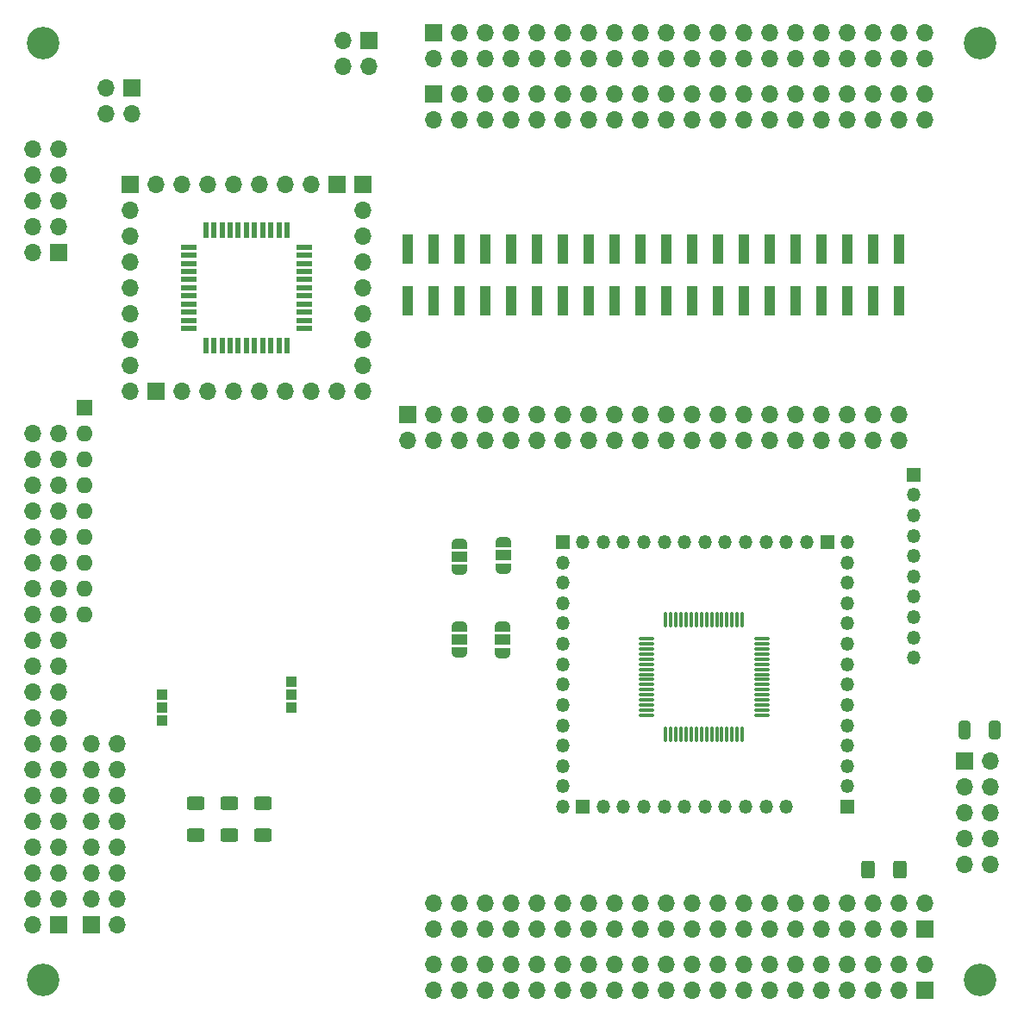
<source format=gbr>
%TF.GenerationSoftware,KiCad,Pcbnew,8.0.7-8.0.7-0~ubuntu22.04.1*%
%TF.CreationDate,2024-12-21T14:21:34+01:00*%
%TF.ProjectId,MMU_v1,4d4d555f-7631-42e6-9b69-6361645f7063,rev?*%
%TF.SameCoordinates,Original*%
%TF.FileFunction,Soldermask,Top*%
%TF.FilePolarity,Negative*%
%FSLAX46Y46*%
G04 Gerber Fmt 4.6, Leading zero omitted, Abs format (unit mm)*
G04 Created by KiCad (PCBNEW 8.0.7-8.0.7-0~ubuntu22.04.1) date 2024-12-21 14:21:34*
%MOMM*%
%LPD*%
G01*
G04 APERTURE LIST*
G04 Aperture macros list*
%AMRoundRect*
0 Rectangle with rounded corners*
0 $1 Rounding radius*
0 $2 $3 $4 $5 $6 $7 $8 $9 X,Y pos of 4 corners*
0 Add a 4 corners polygon primitive as box body*
4,1,4,$2,$3,$4,$5,$6,$7,$8,$9,$2,$3,0*
0 Add four circle primitives for the rounded corners*
1,1,$1+$1,$2,$3*
1,1,$1+$1,$4,$5*
1,1,$1+$1,$6,$7*
1,1,$1+$1,$8,$9*
0 Add four rect primitives between the rounded corners*
20,1,$1+$1,$2,$3,$4,$5,0*
20,1,$1+$1,$4,$5,$6,$7,0*
20,1,$1+$1,$6,$7,$8,$9,0*
20,1,$1+$1,$8,$9,$2,$3,0*%
%AMFreePoly0*
4,1,19,0.550000,-0.750000,0.000000,-0.750000,0.000000,-0.744911,-0.071157,-0.744911,-0.207708,-0.704816,-0.327430,-0.627875,-0.420627,-0.520320,-0.479746,-0.390866,-0.500000,-0.250000,-0.500000,0.250000,-0.479746,0.390866,-0.420627,0.520320,-0.327430,0.627875,-0.207708,0.704816,-0.071157,0.744911,0.000000,0.744911,0.000000,0.750000,0.550000,0.750000,0.550000,-0.750000,0.550000,-0.750000,
$1*%
%AMFreePoly1*
4,1,19,0.000000,0.744911,0.071157,0.744911,0.207708,0.704816,0.327430,0.627875,0.420627,0.520320,0.479746,0.390866,0.500000,0.250000,0.500000,-0.250000,0.479746,-0.390866,0.420627,-0.520320,0.327430,-0.627875,0.207708,-0.704816,0.071157,-0.744911,0.000000,-0.744911,0.000000,-0.750000,-0.550000,-0.750000,-0.550000,0.750000,0.000000,0.750000,0.000000,0.744911,0.000000,0.744911,
$1*%
G04 Aperture macros list end*
%ADD10R,1.000000X1.000000*%
%ADD11R,1.700000X1.700000*%
%ADD12O,1.700000X1.700000*%
%ADD13FreePoly0,90.000000*%
%ADD14R,1.500000X1.000000*%
%ADD15FreePoly1,90.000000*%
%ADD16R,1.350000X1.350000*%
%ADD17O,1.350000X1.350000*%
%ADD18RoundRect,0.250000X0.625000X-0.400000X0.625000X0.400000X-0.625000X0.400000X-0.625000X-0.400000X0*%
%ADD19RoundRect,0.250000X-0.325000X-0.650000X0.325000X-0.650000X0.325000X0.650000X-0.325000X0.650000X0*%
%ADD20FreePoly0,270.000000*%
%ADD21FreePoly1,270.000000*%
%ADD22C,3.200000*%
%ADD23RoundRect,0.250000X0.400000X0.625000X-0.400000X0.625000X-0.400000X-0.625000X0.400000X-0.625000X0*%
%ADD24R,1.000000X3.000000*%
%ADD25R,1.600000X1.600000*%
%ADD26O,1.600000X1.600000*%
%ADD27RoundRect,0.075000X-0.662500X-0.075000X0.662500X-0.075000X0.662500X0.075000X-0.662500X0.075000X0*%
%ADD28RoundRect,0.075000X-0.075000X-0.662500X0.075000X-0.662500X0.075000X0.662500X-0.075000X0.662500X0*%
%ADD29R,1.500000X0.550000*%
%ADD30R,0.550000X1.500000*%
G04 APERTURE END LIST*
D10*
%TO.C,J19*%
X65700000Y-120561000D03*
%TD*%
D11*
%TO.C,J30*%
X62672000Y-58351000D03*
D12*
X60132000Y-58351000D03*
X62672000Y-60891000D03*
X60132000Y-60891000D03*
%TD*%
D13*
%TO.C,JP2*%
X94910000Y-105738154D03*
D14*
X94910000Y-104438154D03*
D15*
X94910000Y-103138154D03*
%TD*%
D11*
%TO.C,J27*%
X92367000Y-59000000D03*
D12*
X92367000Y-61540000D03*
X94907000Y-59000000D03*
X94907000Y-61540000D03*
X97447000Y-59000000D03*
X97447000Y-61540000D03*
X99987000Y-59000000D03*
X99987000Y-61540000D03*
X102527000Y-59000000D03*
X102527000Y-61540000D03*
X105067000Y-59000000D03*
X105067000Y-61540000D03*
X107607000Y-59000000D03*
X107607000Y-61540000D03*
X110147000Y-59000000D03*
X110147000Y-61540000D03*
X112687000Y-59000000D03*
X112687000Y-61540000D03*
X115227000Y-59000000D03*
X115227000Y-61540000D03*
X117767000Y-59000000D03*
X117767000Y-61540000D03*
X120307000Y-59000000D03*
X120307000Y-61540000D03*
X122847000Y-59000000D03*
X122847000Y-61540000D03*
X125387000Y-59000000D03*
X125387000Y-61540000D03*
X127927000Y-59000000D03*
X127927000Y-61540000D03*
X130467000Y-59000000D03*
X130467000Y-61540000D03*
X133007000Y-59000000D03*
X133007000Y-61540000D03*
X135547000Y-59000000D03*
X135547000Y-61540000D03*
X138087000Y-59000000D03*
X138087000Y-61540000D03*
X140627000Y-59000000D03*
X140627000Y-61540000D03*
%TD*%
D16*
%TO.C,J15*%
X105000000Y-103000000D03*
D17*
X105000000Y-105000000D03*
X105000000Y-107000000D03*
X105000000Y-109000000D03*
X105000000Y-111000000D03*
X105000000Y-113000000D03*
X105000000Y-115000000D03*
X105000000Y-117000000D03*
X105000000Y-119000000D03*
X105000000Y-121000000D03*
X105000000Y-123000000D03*
X105000000Y-125000000D03*
X105000000Y-127000000D03*
X105000000Y-129000000D03*
%TD*%
D11*
%TO.C,J1*%
X92367000Y-53000000D03*
D12*
X92367000Y-55540000D03*
X94907000Y-53000000D03*
X94907000Y-55540000D03*
X97447000Y-53000000D03*
X97447000Y-55540000D03*
X99987000Y-53000000D03*
X99987000Y-55540000D03*
X102527000Y-53000000D03*
X102527000Y-55540000D03*
X105067000Y-53000000D03*
X105067000Y-55540000D03*
X107607000Y-53000000D03*
X107607000Y-55540000D03*
X110147000Y-53000000D03*
X110147000Y-55540000D03*
X112687000Y-53000000D03*
X112687000Y-55540000D03*
X115227000Y-53000000D03*
X115227000Y-55540000D03*
X117767000Y-53000000D03*
X117767000Y-55540000D03*
X120307000Y-53000000D03*
X120307000Y-55540000D03*
X122847000Y-53000000D03*
X122847000Y-55540000D03*
X125387000Y-53000000D03*
X125387000Y-55540000D03*
X127927000Y-53000000D03*
X127927000Y-55540000D03*
X130467000Y-53000000D03*
X130467000Y-55540000D03*
X133007000Y-53000000D03*
X133007000Y-55540000D03*
X135547000Y-53000000D03*
X135547000Y-55540000D03*
X138087000Y-53000000D03*
X138087000Y-55540000D03*
X140627000Y-53000000D03*
X140627000Y-55540000D03*
%TD*%
D18*
%TO.C,R4*%
X75582000Y-131789000D03*
X75582000Y-128689000D03*
%TD*%
D16*
%TO.C,J17*%
X107000000Y-129000000D03*
D17*
X109000000Y-129000000D03*
X111000000Y-129000000D03*
X113000000Y-129000000D03*
X115000000Y-129000000D03*
X117000000Y-129000000D03*
X119000000Y-129000000D03*
X121000000Y-129000000D03*
X123000000Y-129000000D03*
X125000000Y-129000000D03*
X127000000Y-129000000D03*
%TD*%
D11*
%TO.C,J4*%
X140627000Y-141000000D03*
D12*
X140627000Y-138460000D03*
X138087000Y-141000000D03*
X138087000Y-138460000D03*
X135547000Y-141000000D03*
X135547000Y-138460000D03*
X133007000Y-141000000D03*
X133007000Y-138460000D03*
X130467000Y-141000000D03*
X130467000Y-138460000D03*
X127927000Y-141000000D03*
X127927000Y-138460000D03*
X125387000Y-141000000D03*
X125387000Y-138460000D03*
X122847000Y-141000000D03*
X122847000Y-138460000D03*
X120307000Y-141000000D03*
X120307000Y-138460000D03*
X117767000Y-141000000D03*
X117767000Y-138460000D03*
X115227000Y-141000000D03*
X115227000Y-138460000D03*
X112687000Y-141000000D03*
X112687000Y-138460000D03*
X110147000Y-141000000D03*
X110147000Y-138460000D03*
X107607000Y-141000000D03*
X107607000Y-138460000D03*
X105067000Y-141000000D03*
X105067000Y-138460000D03*
X102527000Y-141000000D03*
X102527000Y-138460000D03*
X99987000Y-141000000D03*
X99987000Y-138460000D03*
X97447000Y-141000000D03*
X97447000Y-138460000D03*
X94907000Y-141000000D03*
X94907000Y-138460000D03*
X92367000Y-141000000D03*
X92367000Y-138460000D03*
%TD*%
D11*
%TO.C,J31*%
X85979000Y-53721000D03*
D12*
X83439000Y-53721000D03*
X85979000Y-56261000D03*
X83439000Y-56261000D03*
%TD*%
D19*
%TO.C,C8*%
X144471600Y-121462800D03*
X147421600Y-121462800D03*
%TD*%
D20*
%TO.C,JP4*%
X99101000Y-111290000D03*
D14*
X99101000Y-112590000D03*
D21*
X99101000Y-113890000D03*
%TD*%
D10*
%TO.C,J32*%
X78400000Y-119291000D03*
%TD*%
D16*
%TO.C,J18*%
X131000000Y-103000000D03*
D17*
X129000000Y-103000000D03*
X127000000Y-103000000D03*
X125000000Y-103000000D03*
X123000000Y-103000000D03*
X121000000Y-103000000D03*
X119000000Y-103000000D03*
X117000000Y-103000000D03*
X115000000Y-103000000D03*
X113000000Y-103000000D03*
X111000000Y-103000000D03*
X109000000Y-103000000D03*
X107000000Y-103000000D03*
%TD*%
D11*
%TO.C,J22*%
X144460000Y-124500000D03*
D12*
X147000000Y-124500000D03*
X144460000Y-127040000D03*
X147000000Y-127040000D03*
X144460000Y-129580000D03*
X147000000Y-129580000D03*
X144460000Y-132120000D03*
X147000000Y-132120000D03*
X144460000Y-134660000D03*
X147000000Y-134660000D03*
%TD*%
D16*
%TO.C,J20*%
X139487000Y-96370000D03*
D17*
X139487000Y-98370000D03*
X139487000Y-100370000D03*
X139487000Y-102370000D03*
X139487000Y-104370000D03*
X139487000Y-106370000D03*
X139487000Y-108370000D03*
X139487000Y-110370000D03*
X139487000Y-112370000D03*
X139487000Y-114370000D03*
%TD*%
D13*
%TO.C,JP3*%
X99228000Y-105605000D03*
D14*
X99228000Y-104305000D03*
D15*
X99228000Y-103005000D03*
%TD*%
D11*
%TO.C,J26*%
X65065000Y-88176000D03*
D12*
X67605000Y-88176000D03*
X70145000Y-88176000D03*
X72685000Y-88176000D03*
X75225000Y-88176000D03*
X77765000Y-88176000D03*
X80305000Y-88176000D03*
X82845000Y-88176000D03*
%TD*%
D11*
%TO.C,J25*%
X55540000Y-74587000D03*
D12*
X53000000Y-74587000D03*
X55540000Y-72047000D03*
X53000000Y-72047000D03*
X55540000Y-69507000D03*
X53000000Y-69507000D03*
X55540000Y-66967000D03*
X53000000Y-66967000D03*
X55540000Y-64427000D03*
X53000000Y-64427000D03*
%TD*%
D18*
%TO.C,R3*%
X72292000Y-131789000D03*
X72292000Y-128689000D03*
%TD*%
D20*
%TO.C,JP1*%
X94910000Y-111266154D03*
D14*
X94910000Y-112566154D03*
D21*
X94910000Y-113866154D03*
%TD*%
D11*
%TO.C,J34*%
X58715000Y-140627000D03*
D12*
X61255000Y-140627000D03*
X58715000Y-138087000D03*
X61255000Y-138087000D03*
X58715000Y-135547000D03*
X61255000Y-135547000D03*
X58715000Y-133007000D03*
X61255000Y-133007000D03*
X58715000Y-130467000D03*
X61255000Y-130467000D03*
X58715000Y-127927000D03*
X61255000Y-127927000D03*
X58715000Y-125387000D03*
X61255000Y-125387000D03*
X58715000Y-122847000D03*
X61255000Y-122847000D03*
%TD*%
D11*
%TO.C,J2*%
X140627000Y-147000000D03*
D12*
X140627000Y-144460000D03*
X138087000Y-147000000D03*
X138087000Y-144460000D03*
X135547000Y-147000000D03*
X135547000Y-144460000D03*
X133007000Y-147000000D03*
X133007000Y-144460000D03*
X130467000Y-147000000D03*
X130467000Y-144460000D03*
X127927000Y-147000000D03*
X127927000Y-144460000D03*
X125387000Y-147000000D03*
X125387000Y-144460000D03*
X122847000Y-147000000D03*
X122847000Y-144460000D03*
X120307000Y-147000000D03*
X120307000Y-144460000D03*
X117767000Y-147000000D03*
X117767000Y-144460000D03*
X115227000Y-147000000D03*
X115227000Y-144460000D03*
X112687000Y-147000000D03*
X112687000Y-144460000D03*
X110147000Y-147000000D03*
X110147000Y-144460000D03*
X107607000Y-147000000D03*
X107607000Y-144460000D03*
X105067000Y-147000000D03*
X105067000Y-144460000D03*
X102527000Y-147000000D03*
X102527000Y-144460000D03*
X99987000Y-147000000D03*
X99987000Y-144460000D03*
X97447000Y-147000000D03*
X97447000Y-144460000D03*
X94907000Y-147000000D03*
X94907000Y-144460000D03*
X92367000Y-147000000D03*
X92367000Y-144460000D03*
%TD*%
D10*
%TO.C,J7*%
X65700000Y-119291000D03*
%TD*%
D11*
%TO.C,J28*%
X55540000Y-140627000D03*
D12*
X53000000Y-140627000D03*
X55540000Y-138087000D03*
X53000000Y-138087000D03*
X55540000Y-135547000D03*
X53000000Y-135547000D03*
X55540000Y-133007000D03*
X53000000Y-133007000D03*
X55540000Y-130467000D03*
X53000000Y-130467000D03*
X55540000Y-127927000D03*
X53000000Y-127927000D03*
X55540000Y-125387000D03*
X53000000Y-125387000D03*
X55540000Y-122847000D03*
X53000000Y-122847000D03*
X55540000Y-120307000D03*
X53000000Y-120307000D03*
X55540000Y-117767000D03*
X53000000Y-117767000D03*
X55540000Y-115227000D03*
X53000000Y-115227000D03*
X55540000Y-112687000D03*
X53000000Y-112687000D03*
X55540000Y-110147000D03*
X53000000Y-110147000D03*
X55540000Y-107607000D03*
X53000000Y-107607000D03*
X55540000Y-105067000D03*
X53000000Y-105067000D03*
X55540000Y-102527000D03*
X53000000Y-102527000D03*
X55540000Y-99987000D03*
X53000000Y-99987000D03*
X55540000Y-97447000D03*
X53000000Y-97447000D03*
X55540000Y-94907000D03*
X53000000Y-94907000D03*
X55540000Y-92367000D03*
X53000000Y-92367000D03*
%TD*%
D11*
%TO.C,J21*%
X62525000Y-67866000D03*
D12*
X62525000Y-70406000D03*
X62525000Y-72946000D03*
X62525000Y-75486000D03*
X62525000Y-78026000D03*
X62525000Y-80566000D03*
X62525000Y-83106000D03*
X62525000Y-85646000D03*
X62525000Y-88186000D03*
%TD*%
D10*
%TO.C,J33*%
X78400000Y-116751000D03*
%TD*%
D22*
%TO.C,H3*%
X146000000Y-54000000D03*
%TD*%
D11*
%TO.C,J23*%
X82845000Y-67856000D03*
D12*
X80305000Y-67856000D03*
X77765000Y-67856000D03*
X75225000Y-67856000D03*
X72685000Y-67856000D03*
X70145000Y-67856000D03*
X67605000Y-67856000D03*
X65065000Y-67856000D03*
%TD*%
D18*
%TO.C,R2*%
X69002000Y-131789000D03*
X69002000Y-128689000D03*
%TD*%
D23*
%TO.C,R1*%
X138139000Y-135200000D03*
X135039000Y-135200000D03*
%TD*%
D24*
%TO.C,J3*%
X89827000Y-74240000D03*
X89827000Y-79280000D03*
X92367000Y-74240000D03*
X92367000Y-79280000D03*
X94907000Y-74240000D03*
X94907000Y-79280000D03*
X97447000Y-74240000D03*
X97447000Y-79280000D03*
X99987000Y-74240000D03*
X99987000Y-79280000D03*
X102527000Y-74240000D03*
X102527000Y-79280000D03*
X105067000Y-74240000D03*
X105067000Y-79280000D03*
X107607000Y-74240000D03*
X107607000Y-79280000D03*
X110147000Y-74240000D03*
X110147000Y-79280000D03*
X112687000Y-74240000D03*
X112687000Y-79280000D03*
X115227000Y-74240000D03*
X115227000Y-79280000D03*
X117767000Y-74240000D03*
X117767000Y-79280000D03*
X120307000Y-74240000D03*
X120307000Y-79280000D03*
X122847000Y-74240000D03*
X122847000Y-79280000D03*
X125387000Y-74240000D03*
X125387000Y-79280000D03*
X127927000Y-74240000D03*
X127927000Y-79280000D03*
X130467000Y-74240000D03*
X130467000Y-79280000D03*
X133007000Y-74240000D03*
X133007000Y-79280000D03*
X135547000Y-74240000D03*
X135547000Y-79280000D03*
X138087000Y-74240000D03*
X138087000Y-79280000D03*
%TD*%
D25*
%TO.C,RN1*%
X58080000Y-89827000D03*
D26*
X58080000Y-92367000D03*
X58080000Y-94907000D03*
X58080000Y-97447000D03*
X58080000Y-99987000D03*
X58080000Y-102527000D03*
X58080000Y-105067000D03*
X58080000Y-107607000D03*
X58080000Y-110147000D03*
%TD*%
D27*
%TO.C,U2*%
X113241663Y-112497654D03*
X113241663Y-112997654D03*
X113241663Y-113497654D03*
X113241663Y-113997654D03*
X113241663Y-114497654D03*
X113241663Y-114997654D03*
X113241663Y-115497654D03*
X113241663Y-115997654D03*
X113241663Y-116497654D03*
X113241663Y-116997654D03*
X113241663Y-117497654D03*
X113241663Y-117997654D03*
X113241663Y-118497654D03*
X113241663Y-118997654D03*
X113241663Y-119497654D03*
X113241663Y-119997654D03*
D28*
X115154163Y-121910154D03*
X115654163Y-121910154D03*
X116154163Y-121910154D03*
X116654163Y-121910154D03*
X117154163Y-121910154D03*
X117654163Y-121910154D03*
X118154163Y-121910154D03*
X118654163Y-121910154D03*
X119154163Y-121910154D03*
X119654163Y-121910154D03*
X120154163Y-121910154D03*
X120654163Y-121910154D03*
X121154163Y-121910154D03*
X121654163Y-121910154D03*
X122154163Y-121910154D03*
X122654163Y-121910154D03*
D27*
X124566663Y-119997654D03*
X124566663Y-119497654D03*
X124566663Y-118997654D03*
X124566663Y-118497654D03*
X124566663Y-117997654D03*
X124566663Y-117497654D03*
X124566663Y-116997654D03*
X124566663Y-116497654D03*
X124566663Y-115997654D03*
X124566663Y-115497654D03*
X124566663Y-114997654D03*
X124566663Y-114497654D03*
X124566663Y-113997654D03*
X124566663Y-113497654D03*
X124566663Y-112997654D03*
X124566663Y-112497654D03*
D28*
X122654163Y-110585154D03*
X122154163Y-110585154D03*
X121654163Y-110585154D03*
X121154163Y-110585154D03*
X120654163Y-110585154D03*
X120154163Y-110585154D03*
X119654163Y-110585154D03*
X119154163Y-110585154D03*
X118654163Y-110585154D03*
X118154163Y-110585154D03*
X117654163Y-110585154D03*
X117154163Y-110585154D03*
X116654163Y-110585154D03*
X116154163Y-110585154D03*
X115654163Y-110585154D03*
X115154163Y-110585154D03*
%TD*%
D29*
%TO.C,U1*%
X68255000Y-74016000D03*
X68255000Y-74816000D03*
X68255000Y-75616000D03*
X68255000Y-76416000D03*
X68255000Y-77216000D03*
X68255000Y-78016000D03*
X68255000Y-78816000D03*
X68255000Y-79616000D03*
X68255000Y-80416000D03*
X68255000Y-81216000D03*
X68255000Y-82016000D03*
D30*
X69955000Y-83716000D03*
X70755000Y-83716000D03*
X71555000Y-83716000D03*
X72355000Y-83716000D03*
X73155000Y-83716000D03*
X73955000Y-83716000D03*
X74755000Y-83716000D03*
X75555000Y-83716000D03*
X76355000Y-83716000D03*
X77155000Y-83716000D03*
X77955000Y-83716000D03*
D29*
X79655000Y-82016000D03*
X79655000Y-81216000D03*
X79655000Y-80416000D03*
X79655000Y-79616000D03*
X79655000Y-78816000D03*
X79655000Y-78016000D03*
X79655000Y-77216000D03*
X79655000Y-76416000D03*
X79655000Y-75616000D03*
X79655000Y-74816000D03*
X79655000Y-74016000D03*
D30*
X77955000Y-72316000D03*
X77155000Y-72316000D03*
X76355000Y-72316000D03*
X75555000Y-72316000D03*
X74755000Y-72316000D03*
X73955000Y-72316000D03*
X73155000Y-72316000D03*
X72355000Y-72316000D03*
X71555000Y-72316000D03*
X70755000Y-72316000D03*
X69955000Y-72316000D03*
%TD*%
D10*
%TO.C,J29*%
X78400000Y-118021000D03*
%TD*%
%TO.C,J6*%
X65700000Y-118021000D03*
%TD*%
D22*
%TO.C,H1*%
X54000000Y-54000000D03*
%TD*%
D11*
%TO.C,J24*%
X85385000Y-67856000D03*
D12*
X85385000Y-70396000D03*
X85385000Y-72936000D03*
X85385000Y-75476000D03*
X85385000Y-78016000D03*
X85385000Y-80556000D03*
X85385000Y-83096000D03*
X85385000Y-85636000D03*
X85385000Y-88176000D03*
%TD*%
D22*
%TO.C,H2*%
X54000000Y-146000000D03*
%TD*%
D16*
%TO.C,J16*%
X133000000Y-129000000D03*
D17*
X133000000Y-127000000D03*
X133000000Y-125000000D03*
X133000000Y-123000000D03*
X133000000Y-121000000D03*
X133000000Y-119000000D03*
X133000000Y-117000000D03*
X133000000Y-115000000D03*
X133000000Y-113000000D03*
X133000000Y-111000000D03*
X133000000Y-109000000D03*
X133000000Y-107000000D03*
X133000000Y-105000000D03*
X133000000Y-103000000D03*
%TD*%
D11*
%TO.C,J5*%
X89827000Y-90496000D03*
D12*
X89827000Y-93036000D03*
X92367000Y-90496000D03*
X92367000Y-93036000D03*
X94907000Y-90496000D03*
X94907000Y-93036000D03*
X97447000Y-90496000D03*
X97447000Y-93036000D03*
X99987000Y-90496000D03*
X99987000Y-93036000D03*
X102527000Y-90496000D03*
X102527000Y-93036000D03*
X105067000Y-90496000D03*
X105067000Y-93036000D03*
X107607000Y-90496000D03*
X107607000Y-93036000D03*
X110147000Y-90496000D03*
X110147000Y-93036000D03*
X112687000Y-90496000D03*
X112687000Y-93036000D03*
X115227000Y-90496000D03*
X115227000Y-93036000D03*
X117767000Y-90496000D03*
X117767000Y-93036000D03*
X120307000Y-90496000D03*
X120307000Y-93036000D03*
X122847000Y-90496000D03*
X122847000Y-93036000D03*
X125387000Y-90496000D03*
X125387000Y-93036000D03*
X127927000Y-90496000D03*
X127927000Y-93036000D03*
X130467000Y-90496000D03*
X130467000Y-93036000D03*
X133007000Y-90496000D03*
X133007000Y-93036000D03*
X135547000Y-90496000D03*
X135547000Y-93036000D03*
X138087000Y-90496000D03*
X138087000Y-93036000D03*
%TD*%
D22*
%TO.C,H4*%
X146000000Y-146000000D03*
%TD*%
M02*

</source>
